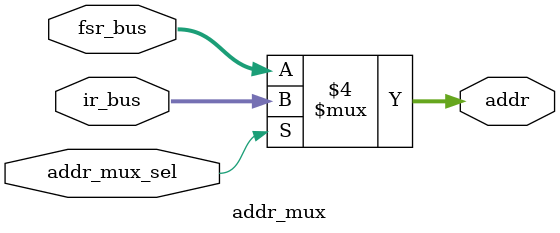
<source format=sv>
module addr_mux(ir_bus, fsr_bus, addr_mux_sel, addr);
  // I/O declaration
  input [4:0]  ir_bus;          //Bus 
  input [4:0]  fsr_bus;         //Bus 
  input  addr_mux_sel;          //Selector del MUX.
  output reg [4:0] addr;        //Salida MUX.

  // Description
  always @(ir_bus, fsr_bus, addr_mux_sel, addr)
  begin
    if(addr_mux_sel==1)            //Selector.
      addr = ir_bus;            
    else  
      addr = fsr_bus;              
  end 
endmodule
</source>
